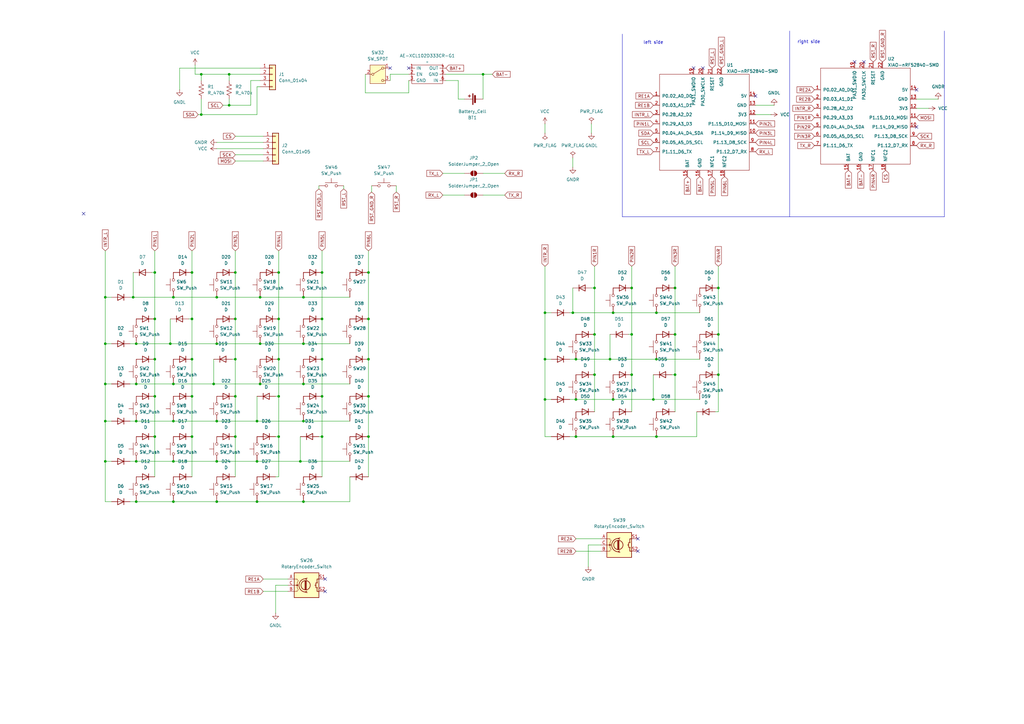
<source format=kicad_sch>
(kicad_sch (version 20250114) (generator "eeschema") (generator_version "9.0")
  (paper "A3")
  (text "left side\n" (exclude_from_sim yes) (at 267.97 17.526 0) (effects (font (size 1.27 1.27))))
  (text "right side" (exclude_from_sim yes) (at 331.724 17.272 0) (effects (font (size 1.27 1.27))))
  (junction (at 96.52 111.76))
  (junction (at 276.86 118.11))
  (junction (at 55.88 205.74))
  (junction (at 93.98 30.48))
  (junction (at 78.74 179.07))
  (junction (at 132.08 111.76))
  (junction (at 114.3 147.32))
  (junction (at 71.12 189.23))
  (junction (at 43.18 121.92))
  (junction (at 88.9 172.72))
  (junction (at 88.9 189.23))
  (junction (at 82.55 46.99))
  (junction (at 294.64 153.67))
  (junction (at 124.46 140.97))
  (junction (at 55.88 172.72))
  (junction (at 151.13 147.32))
  (junction (at 71.12 157.48))
  (junction (at 223.52 147.32))
  (junction (at 243.84 153.67))
  (junction (at 236.22 179.07))
  (junction (at 63.5 147.32))
  (junction (at 88.9 140.97))
  (junction (at 269.24 147.32))
  (junction (at 269.24 179.07))
  (junction (at 259.08 153.67))
  (junction (at 63.5 179.07))
  (junction (at 234.95 128.27))
  (junction (at 276.86 153.67))
  (junction (at 259.08 118.11))
  (junction (at 71.12 205.74))
  (junction (at 132.08 179.07))
  (junction (at 123.19 189.23))
  (junction (at 93.98 43.18))
  (junction (at 106.68 121.92))
  (junction (at 243.84 118.11))
  (junction (at 114.3 179.07))
  (junction (at 114.3 130.81))
  (junction (at 63.5 111.76))
  (junction (at 251.46 163.83))
  (junction (at 105.41 189.23))
  (junction (at 88.9 121.92))
  (junction (at 96.52 179.07))
  (junction (at 78.74 162.56))
  (junction (at 63.5 130.81))
  (junction (at 82.55 30.48))
  (junction (at 124.46 157.48))
  (junction (at 55.88 140.97))
  (junction (at 124.46 205.74))
  (junction (at 132.08 147.32))
  (junction (at 243.84 137.16))
  (junction (at 43.18 172.72))
  (junction (at 198.12 30.48))
  (junction (at 236.22 147.32))
  (junction (at 78.74 111.76))
  (junction (at 151.13 111.76))
  (junction (at 71.12 172.72))
  (junction (at 132.08 162.56))
  (junction (at 276.86 137.16))
  (junction (at 69.85 140.97))
  (junction (at 151.13 179.07))
  (junction (at 151.13 162.56))
  (junction (at 251.46 179.07))
  (junction (at 267.97 163.83))
  (junction (at 114.3 111.76))
  (junction (at 96.52 147.32))
  (junction (at 151.13 130.81))
  (junction (at 105.41 172.72))
  (junction (at 54.61 121.92))
  (junction (at 114.3 162.56))
  (junction (at 55.88 157.48))
  (junction (at 71.12 121.92))
  (junction (at 43.18 189.23))
  (junction (at 78.74 130.81))
  (junction (at 251.46 128.27))
  (junction (at 294.64 137.16))
  (junction (at 294.64 118.11))
  (junction (at 124.46 172.72))
  (junction (at 250.19 147.32))
  (junction (at 78.74 147.32))
  (junction (at 88.9 205.74))
  (junction (at 124.46 121.92))
  (junction (at 223.52 163.83))
  (junction (at 236.22 163.83))
  (junction (at 269.24 128.27))
  (junction (at 106.68 140.97))
  (junction (at 96.52 130.81))
  (junction (at 132.08 130.81))
  (junction (at 259.08 137.16))
  (junction (at 55.88 189.23))
  (junction (at 96.52 162.56))
  (junction (at 43.18 157.48))
  (junction (at 106.68 157.48))
  (junction (at 43.18 140.97))
  (junction (at 105.41 205.74))
  (junction (at 223.52 128.27))
  (junction (at 87.63 157.48))
  (junction (at 63.5 162.56))
  (no_connect (at 309.88 39.37))
  (no_connect (at 375.92 52.07))
  (no_connect (at 261.62 226.06))
  (no_connect (at 34.29 87.63))
  (no_connect (at 133.35 237.49))
  (no_connect (at 354.33 25.4))
  (no_connect (at 133.35 242.57))
  (no_connect (at 288.29 27.94))
  (no_connect (at 375.92 36.83))
  (no_connect (at 284.48 27.94))
  (no_connect (at 261.62 220.98))
  (no_connect (at 350.52 25.4))
  (no_connect (at 167.64 27.94))
  (no_connect (at 160.02 27.94))
  (wire (pts (xy 187.96 40.64) (xy 190.5 40.64)))
  (wire (pts (xy 102.87 33.02) (xy 106.68 33.02)))
  (wire (pts (xy 269.24 147.32) (xy 287.02 147.32)))
  (wire (pts (xy 236.22 163.83) (xy 251.46 163.83)))
  (wire (pts (xy 162.56 76.2) (xy 162.56 78.74)))
  (wire (pts (xy 82.55 46.99) (xy 81.28 46.99)))
  (wire (pts (xy 107.95 242.57) (xy 118.11 242.57)))
  (wire (pts (xy 236.22 220.98) (xy 246.38 220.98)))
  (wire (pts (xy 96.52 55.88) (xy 107.95 55.88)))
  (wire (pts (xy 95.25 147.32) (xy 96.52 147.32)))
  (wire (pts (xy 124.46 121.92) (xy 143.51 121.92)))
  (wire (pts (xy 71.12 157.48) (xy 87.63 157.48)))
  (wire (pts (xy 132.08 179.07) (xy 130.81 179.07)))
  (wire (pts (xy 96.52 66.04) (xy 107.95 66.04)))
  (wire (pts (xy 223.52 147.32) (xy 223.52 163.83)))
  (wire (pts (xy 43.18 140.97) (xy 43.18 157.48)))
  (wire (pts (xy 53.34 189.23) (xy 55.88 189.23)))
  (wire (pts (xy 294.64 137.16) (xy 294.64 153.67)))
  (wire (pts (xy 276.86 118.11) (xy 276.86 137.16)))
  (wire (pts (xy 96.52 130.81) (xy 96.52 147.32)))
  (wire (pts (xy 78.74 130.81) (xy 78.74 147.32)))
  (wire (pts (xy 87.63 147.32) (xy 87.63 157.48)))
  (wire (pts (xy 257.81 137.16) (xy 259.08 137.16)))
  (wire (pts (xy 198.12 30.48) (xy 198.12 40.64)))
  (wire (pts (xy 53.34 140.97) (xy 55.88 140.97)))
  (wire (pts (xy 233.68 128.27) (xy 234.95 128.27)))
  (wire (pts (xy 82.55 40.64) (xy 82.55 46.99)))
  (wire (pts (xy 63.5 130.81) (xy 63.5 147.32)))
  (wire (pts (xy 267.97 163.83) (xy 287.02 163.83)))
  (wire (pts (xy 54.61 121.92) (xy 71.12 121.92)))
  (wire (pts (xy 132.08 111.76) (xy 132.08 130.81)))
  (wire (pts (xy 93.98 30.48) (xy 93.98 33.02)))
  (wire (pts (xy 96.52 147.32) (xy 96.52 162.56)))
  (wire (pts (xy 78.74 102.87) (xy 78.74 111.76)))
  (wire (pts (xy 55.88 189.23) (xy 71.12 189.23)))
  (wire (pts (xy 88.9 172.72) (xy 105.41 172.72)))
  (wire (pts (xy 124.46 172.72) (xy 143.51 172.72)))
  (wire (pts (xy 201.93 30.48) (xy 198.12 30.48)))
  (wire (pts (xy 82.55 30.48) (xy 80.01 30.48)))
  (polyline (pts (xy 323.85 12.7) (xy 323.85 88.9)))
  (wire (pts (xy 43.18 172.72) (xy 43.18 189.23)))
  (wire (pts (xy 269.24 128.27) (xy 287.02 128.27)))
  (wire (pts (xy 151.13 147.32) (xy 151.13 162.56)))
  (wire (pts (xy 233.68 179.07) (xy 236.22 179.07)))
  (wire (pts (xy 106.68 30.48) (xy 93.98 30.48)))
  (wire (pts (xy 80.01 26.67) (xy 80.01 30.48)))
  (wire (pts (xy 43.18 140.97) (xy 45.72 140.97)))
  (wire (pts (xy 269.24 179.07) (xy 285.75 179.07)))
  (wire (pts (xy 275.59 153.67) (xy 276.86 153.67)))
  (wire (pts (xy 259.08 153.67) (xy 259.08 168.91)))
  (wire (pts (xy 106.68 27.94) (xy 73.66 27.94)))
  (wire (pts (xy 293.37 168.91) (xy 294.64 168.91)))
  (polyline (pts (xy 323.85 88.9) (xy 387.35 88.9)))
  (wire (pts (xy 234.95 118.11) (xy 234.95 128.27)))
  (wire (pts (xy 276.86 153.67) (xy 276.86 168.91)))
  (wire (pts (xy 105.41 46.99) (xy 105.41 35.56)))
  (wire (pts (xy 151.13 179.07) (xy 151.13 195.58)))
  (wire (pts (xy 102.87 43.18) (xy 93.98 43.18)))
  (wire (pts (xy 114.3 162.56) (xy 114.3 179.07)))
  (wire (pts (xy 309.88 46.99) (xy 316.23 46.99)))
  (wire (pts (xy 251.46 179.07) (xy 269.24 179.07)))
  (wire (pts (xy 63.5 147.32) (xy 63.5 162.56)))
  (wire (pts (xy 78.74 111.76) (xy 78.74 130.81)))
  (wire (pts (xy 105.41 189.23) (xy 123.19 189.23)))
  (polyline (pts (xy 255.27 88.9) (xy 323.85 88.9)))
  (wire (pts (xy 96.52 162.56) (xy 96.52 179.07)))
  (wire (pts (xy 233.68 163.83) (xy 236.22 163.83)))
  (wire (pts (xy 88.9 140.97) (xy 106.68 140.97)))
  (wire (pts (xy 105.41 46.99) (xy 82.55 46.99)))
  (wire (pts (xy 87.63 157.48) (xy 106.68 157.48)))
  (wire (pts (xy 187.96 33.02) (xy 182.88 33.02)))
  (wire (pts (xy 233.68 147.32) (xy 236.22 147.32)))
  (wire (pts (xy 62.23 111.76) (xy 63.5 111.76)))
  (wire (pts (xy 223.52 128.27) (xy 223.52 147.32)))
  (wire (pts (xy 88.9 205.74) (xy 105.41 205.74)))
  (wire (pts (xy 63.5 102.87) (xy 63.5 111.76)))
  (wire (pts (xy 259.08 109.22) (xy 259.08 118.11)))
  (wire (pts (xy 167.64 33.02) (xy 167.64 38.1)))
  (wire (pts (xy 53.34 121.92) (xy 54.61 121.92)))
  (wire (pts (xy 375.92 44.45) (xy 381 44.45)))
  (wire (pts (xy 43.18 189.23) (xy 45.72 189.23)))
  (wire (pts (xy 223.52 163.83) (xy 226.06 163.83)))
  (wire (pts (xy 124.46 157.48) (xy 143.51 157.48)))
  (wire (pts (xy 114.3 179.07) (xy 114.3 195.58)))
  (wire (pts (xy 132.08 102.87) (xy 132.08 111.76)))
  (wire (pts (xy 82.55 30.48) (xy 82.55 33.02)))
  (wire (pts (xy 124.46 140.97) (xy 143.51 140.97)))
  (wire (pts (xy 114.3 111.76) (xy 114.3 130.81)))
  (wire (pts (xy 251.46 163.83) (xy 267.97 163.83)))
  (wire (pts (xy 114.3 130.81) (xy 114.3 147.32)))
  (wire (pts (xy 234.95 128.27) (xy 251.46 128.27)))
  (wire (pts (xy 151.13 130.81) (xy 151.13 147.32)))
  (wire (pts (xy 124.46 205.74) (xy 143.51 205.74)))
  (wire (pts (xy 106.68 157.48) (xy 124.46 157.48)))
  (wire (pts (xy 149.86 38.1) (xy 149.86 30.48)))
  (wire (pts (xy 285.75 168.91) (xy 285.75 179.07)))
  (wire (pts (xy 96.52 102.87) (xy 96.52 111.76)))
  (wire (pts (xy 250.19 137.16) (xy 250.19 147.32)))
  (wire (pts (xy 88.9 60.96) (xy 107.95 60.96)))
  (wire (pts (xy 43.18 205.74) (xy 45.72 205.74)))
  (wire (pts (xy 105.41 162.56) (xy 105.41 172.72)))
  (wire (pts (xy 53.34 157.48) (xy 55.88 157.48)))
  (wire (pts (xy 259.08 118.11) (xy 259.08 137.16)))
  (wire (pts (xy 43.18 102.87) (xy 43.18 121.92)))
  (wire (pts (xy 78.74 147.32) (xy 78.74 162.56)))
  (wire (pts (xy 93.98 30.48) (xy 82.55 30.48)))
  (wire (pts (xy 113.03 240.03) (xy 113.03 251.46)))
  (wire (pts (xy 69.85 140.97) (xy 88.9 140.97)))
  (wire (pts (xy 242.57 118.11) (xy 243.84 118.11)))
  (wire (pts (xy 243.84 153.67) (xy 243.84 168.91)))
  (wire (pts (xy 276.86 109.22) (xy 276.86 118.11)))
  (wire (pts (xy 118.11 240.03) (xy 113.03 240.03)))
  (wire (pts (xy 43.18 121.92) (xy 43.18 140.97)))
  (wire (pts (xy 43.18 157.48) (xy 45.72 157.48)))
  (wire (pts (xy 309.88 43.18) (xy 317.5 43.18)))
  (wire (pts (xy 143.51 195.58) (xy 143.51 205.74)))
  (wire (pts (xy 243.84 118.11) (xy 243.84 137.16)))
  (wire (pts (xy 96.52 179.07) (xy 96.52 195.58)))
  (wire (pts (xy 242.57 50.8) (xy 242.57 54.61)))
  (wire (pts (xy 63.5 179.07) (xy 63.5 195.58)))
  (wire (pts (xy 167.64 38.1) (xy 149.86 38.1)))
  (wire (pts (xy 55.88 205.74) (xy 71.12 205.74)))
  (wire (pts (xy 63.5 162.56) (xy 63.5 179.07)))
  (wire (pts (xy 71.12 189.23) (xy 88.9 189.23)))
  (wire (pts (xy 375.92 40.64) (xy 384.81 40.64)))
  (wire (pts (xy 43.18 121.92) (xy 45.72 121.92)))
  (wire (pts (xy 123.19 189.23) (xy 143.51 189.23)))
  (wire (pts (xy 54.61 111.76) (xy 54.61 121.92)))
  (wire (pts (xy 294.64 153.67) (xy 294.64 168.91)))
  (wire (pts (xy 223.52 147.32) (xy 226.06 147.32)))
  (wire (pts (xy 106.68 121.92) (xy 124.46 121.92)))
  (wire (pts (xy 71.12 172.72) (xy 88.9 172.72)))
  (wire (pts (xy 105.41 205.74) (xy 124.46 205.74)))
  (wire (pts (xy 78.74 179.07) (xy 78.74 195.58)))
  (wire (pts (xy 181.61 71.12) (xy 190.5 71.12)))
  (wire (pts (xy 102.87 33.02) (xy 102.87 43.18)))
  (wire (pts (xy 93.98 43.18) (xy 91.44 43.18)))
  (wire (pts (xy 223.52 109.22) (xy 223.52 128.27)))
  (wire (pts (xy 151.13 162.56) (xy 151.13 179.07)))
  (polyline (pts (xy 387.35 12.7) (xy 387.35 88.9)))
  (wire (pts (xy 259.08 137.16) (xy 259.08 153.67)))
  (wire (pts (xy 251.46 128.27) (xy 269.24 128.27)))
  (wire (pts (xy 43.18 157.48) (xy 43.18 172.72)))
  (wire (pts (xy 53.34 172.72) (xy 55.88 172.72)))
  (wire (pts (xy 105.41 35.56) (xy 106.68 35.56)))
  (polyline (pts (xy 255.27 13.97) (xy 255.27 88.9)))
  (wire (pts (xy 55.88 172.72) (xy 71.12 172.72)))
  (wire (pts (xy 243.84 137.16) (xy 243.84 153.67)))
  (wire (pts (xy 181.61 80.01) (xy 190.5 80.01)))
  (wire (pts (xy 223.52 54.61) (xy 223.52 50.8)))
  (wire (pts (xy 223.52 179.07) (xy 226.06 179.07)))
  (wire (pts (xy 55.88 140.97) (xy 69.85 140.97)))
  (wire (pts (xy 77.47 130.81) (xy 78.74 130.81)))
  (wire (pts (xy 187.96 40.64) (xy 187.96 33.02)))
  (wire (pts (xy 151.13 102.87) (xy 151.13 111.76)))
  (wire (pts (xy 71.12 121.92) (xy 88.9 121.92)))
  (wire (pts (xy 198.12 30.48) (xy 182.88 30.48)))
  (wire (pts (xy 160.02 30.48) (xy 160.02 33.02)))
  (wire (pts (xy 236.22 179.07) (xy 251.46 179.07)))
  (wire (pts (xy 43.18 172.72) (xy 45.72 172.72)))
  (wire (pts (xy 130.81 77.47) (xy 130.81 76.2)))
  (wire (pts (xy 132.08 162.56) (xy 132.08 179.07)))
  (wire (pts (xy 276.86 137.16) (xy 276.86 153.67)))
  (wire (pts (xy 250.19 147.32) (xy 269.24 147.32)))
  (wire (pts (xy 246.38 223.52) (xy 241.3 223.52)))
  (wire (pts (xy 198.12 71.12) (xy 207.01 71.12)))
  (wire (pts (xy 132.08 147.32) (xy 132.08 162.56)))
  (wire (pts (xy 114.3 102.87) (xy 114.3 111.76)))
  (wire (pts (xy 198.12 80.01) (xy 207.01 80.01)))
  (wire (pts (xy 241.3 223.52) (xy 241.3 232.41)))
  (wire (pts (xy 88.9 121.92) (xy 106.68 121.92)))
  (wire (pts (xy 267.97 153.67) (xy 267.97 163.83)))
  (wire (pts (xy 43.18 189.23) (xy 43.18 205.74)))
  (wire (pts (xy 132.08 130.81) (xy 132.08 147.32)))
  (wire (pts (xy 55.88 157.48) (xy 71.12 157.48)))
  (wire (pts (xy 236.22 147.32) (xy 250.19 147.32)))
  (wire (pts (xy 114.3 195.58) (xy 113.03 195.58)))
  (wire (pts (xy 73.66 27.94) (xy 73.66 36.83)))
  (wire (pts (xy 88.9 58.42) (xy 107.95 58.42)))
  (wire (pts (xy 294.64 118.11) (xy 294.64 137.16)))
  (wire (pts (xy 132.08 179.07) (xy 132.08 195.58)))
  (wire (pts (xy 107.95 237.49) (xy 118.11 237.49)))
  (wire (pts (xy 114.3 147.32) (xy 114.3 162.56)))
  (wire (pts (xy 113.03 179.07) (xy 114.3 179.07)))
  (wire (pts (xy 223.52 163.83) (xy 223.52 179.07)))
  (wire (pts (xy 69.85 130.81) (xy 69.85 140.97)))
  (wire (pts (xy 152.4 76.2) (xy 152.4 78.74)))
  (wire (pts (xy 123.19 179.07) (xy 123.19 189.23)))
  (wire (pts (xy 243.84 109.22) (xy 243.84 118.11)))
  (wire (pts (xy 96.52 63.5) (xy 107.95 63.5)))
  (wire (pts (xy 96.52 111.76) (xy 96.52 130.81)))
  (wire (pts (xy 88.9 189.23) (xy 105.41 189.23)))
  (wire (pts (xy 167.64 30.48) (xy 160.02 30.48)))
  (wire (pts (xy 106.68 140.97) (xy 124.46 140.97)))
  (wire (pts (xy 234.95 64.77) (xy 234.95 68.58)))
  (wire (pts (xy 140.97 76.2) (xy 140.97 77.47)))
  (wire (pts (xy 93.98 40.64) (xy 93.98 43.18)))
  (wire (pts (xy 105.41 172.72) (xy 124.46 172.72)))
  (wire (pts (xy 53.34 205.74) (xy 55.88 205.74)))
  (wire (pts (xy 113.03 162.56) (xy 114.3 162.56)))
  (wire (pts (xy 71.12 205.74) (xy 88.9 205.74)))
  (wire (pts (xy 78.74 162.56) (xy 78.74 179.07)))
  (wire (pts (xy 63.5 111.76) (xy 63.5 130.81)))
  (wire (pts (xy 151.13 111.76) (xy 151.13 130.81)))
  (wire (pts (xy 236.22 226.06) (xy 246.38 226.06)))
  (wire (pts (xy 294.64 109.22) (xy 294.64 118.11)))
  (wire (pts (xy 223.52 128.27) (xy 226.06 128.27)))
  (global_label "PIN2R" (shape input) (at 334.01 52.07 180) (property "Intersheetrefs" "${INTERSHEET_REFS}" (effects (hide yes))))
  (global_label "PIN2R" (shape input) (at 259.08 109.22 90) (property "Intersheetrefs" "${INTERSHEET_REFS}" (effects (hide yes))))
  (global_label "BAT-" (shape input) (at 201.93 30.48 0) (property "Intersheetrefs" "${INTERSHEET_REFS}" (effects (hide yes))))
  (global_label "CS" (shape input) (at 363.22 69.85 270) (property "Intersheetrefs" "${INTERSHEET_REFS}" (effects (hide yes))))
  (global_label "RST_R" (shape input) (at 162.56 78.74 270) (property "Intersheetrefs" "${INTERSHEET_REFS}" (effects (hide yes))))
  (global_label "RE2A" (shape input) (at 334.01 36.83 180) (property "Intersheetrefs" "${INTERSHEET_REFS}" (effects (hide yes))))
  (global_label "RE1A" (shape input) (at 267.97 39.37 180) (property "Intersheetrefs" "${INTERSHEET_REFS}" (effects (hide yes))))
  (global_label "TX_R" (shape input) (at 334.01 59.69 180) (property "Intersheetrefs" "${INTERSHEET_REFS}" (effects (hide yes))))
  (global_label "PIN3R" (shape input) (at 276.86 109.22 90) (property "Intersheetrefs" "${INTERSHEET_REFS}" (effects (hide yes))))
  (global_label "RX_R" (shape input) (at 375.92 59.69 0) (property "Intersheetrefs" "${INTERSHEET_REFS}" (effects (hide yes))))
  (global_label "PIN3R" (shape input) (at 334.01 55.88 180) (property "Intersheetrefs" "${INTERSHEET_REFS}" (effects (hide yes))))
  (global_label "PIN4L" (shape input) (at 309.88 58.42 0) (property "Intersheetrefs" "${INTERSHEET_REFS}" (effects (hide yes))))
  (global_label "BAT+" (shape input) (at 182.88 27.94 0) (property "Intersheetrefs" "${INTERSHEET_REFS}" (effects (hide yes))))
  (global_label "PIN4R" (shape input) (at 358.14 69.85 270) (property "Intersheetrefs" "${INTERSHEET_REFS}" (effects (hide yes))))
  (global_label "PIN1L" (shape input) (at 63.5 102.87 90) (property "Intersheetrefs" "${INTERSHEET_REFS}" (effects (hide yes))))
  (global_label "BAT+" (shape input) (at 347.98 69.85 270) (property "Intersheetrefs" "${INTERSHEET_REFS}" (effects (hide yes))))
  (global_label "CS" (shape input) (at 96.52 55.88 180) (property "Intersheetrefs" "${INTERSHEET_REFS}" (effects (hide yes))))
  (global_label "RE2B" (shape input) (at 334.01 40.64 180) (property "Intersheetrefs" "${INTERSHEET_REFS}" (effects (hide yes))))
  (global_label "RX_L" (shape input) (at 181.61 80.01 180) (property "Intersheetrefs" "${INTERSHEET_REFS}" (effects (hide yes))))
  (global_label "TX_L" (shape input) (at 267.97 62.23 180) (property "Intersheetrefs" "${INTERSHEET_REFS}" (effects (hide yes))))
  (global_label "RST_GND_R" (shape input) (at 361.95 25.4 90) (property "Intersheetrefs" "${INTERSHEET_REFS}" (effects (hide yes))))
  (global_label "RE1B" (shape input) (at 107.95 242.57 180) (property "Intersheetrefs" "${INTERSHEET_REFS}" (effects (hide yes))))
  (global_label "INTR_L" (shape input) (at 43.18 102.87 90) (property "Intersheetrefs" "${INTERSHEET_REFS}" (effects (hide yes))))
  (global_label "PIN1R" (shape input) (at 334.01 48.26 180) (property "Intersheetrefs" "${INTERSHEET_REFS}" (effects (hide yes))))
  (global_label "SCL" (shape input) (at 267.97 58.42 180) (property "Intersheetrefs" "${INTERSHEET_REFS}" (effects (hide yes))))
  (global_label "PIN2L" (shape input) (at 309.88 50.8 0) (property "Intersheetrefs" "${INTERSHEET_REFS}" (effects (hide yes))))
  (global_label "PIN3L" (shape input) (at 309.88 54.61 0) (property "Intersheetrefs" "${INTERSHEET_REFS}" (effects (hide yes))))
  (global_label "BAT-" (shape input) (at 287.02 72.39 270) (property "Intersheetrefs" "${INTERSHEET_REFS}" (effects (hide yes))))
  (global_label "RST_L" (shape input) (at 140.97 77.47 270) (property "Intersheetrefs" "${INTERSHEET_REFS}" (effects (hide yes))))
  (global_label "BAT-" (shape input) (at 353.06 69.85 270) (property "Intersheetrefs" "${INTERSHEET_REFS}" (effects (hide yes))))
  (global_label "PIN2L" (shape input) (at 78.74 102.87 90) (property "Intersheetrefs" "${INTERSHEET_REFS}" (effects (hide yes))))
  (global_label "RE2B" (shape input) (at 236.22 226.06 180) (property "Intersheetrefs" "${INTERSHEET_REFS}" (effects (hide yes))))
  (global_label "PIN6L" (shape input) (at 151.13 102.87 90) (property "Intersheetrefs" "${INTERSHEET_REFS}" (effects (hide yes))))
  (global_label "BAT+" (shape input) (at 281.94 72.39 270) (property "Intersheetrefs" "${INTERSHEET_REFS}" (effects (hide yes))))
  (global_label "RE2A" (shape input) (at 236.22 220.98 180) (property "Intersheetrefs" "${INTERSHEET_REFS}" (effects (hide yes))))
  (global_label "PIN5L" (shape input) (at 132.08 102.87 90) (property "Intersheetrefs" "${INTERSHEET_REFS}" (effects (hide yes))))
  (global_label "RST_GND_L" (shape input) (at 130.81 77.47 270) (property "Intersheetrefs" "${INTERSHEET_REFS}" (effects (hide yes))))
  (global_label "SCK" (shape input) (at 96.52 63.5 180) (property "Intersheetrefs" "${INTERSHEET_REFS}" (effects (hide yes))))
  (global_label "RX_L" (shape input) (at 309.88 62.23 0) (property "Intersheetrefs" "${INTERSHEET_REFS}" (effects (hide yes))))
  (global_label "MOSI" (shape input) (at 96.52 66.04 180) (property "Intersheetrefs" "${INTERSHEET_REFS}" (effects (hide yes))))
  (global_label "RST_L" (shape input) (at 292.1 27.94 90) (property "Intersheetrefs" "${INTERSHEET_REFS}" (effects (hide yes))))
  (global_label "PIN4R" (shape input) (at 294.64 109.22 90) (property "Intersheetrefs" "${INTERSHEET_REFS}" (effects (hide yes))))
  (global_label "SDA" (shape input) (at 81.28 46.99 180) (property "Intersheetrefs" "${INTERSHEET_REFS}" (effects (hide yes))))
  (global_label "RX_R" (shape input) (at 207.01 71.12 0) (property "Intersheetrefs" "${INTERSHEET_REFS}" (effects (hide yes))))
  (global_label "SDA" (shape input) (at 267.97 54.61 180) (property "Intersheetrefs" "${INTERSHEET_REFS}" (effects (hide yes))))
  (global_label "PIN4L" (shape input) (at 114.3 102.87 90) (property "Intersheetrefs" "${INTERSHEET_REFS}" (effects (hide yes))))
  (global_label "RE1A" (shape input) (at 107.95 237.49 180) (property "Intersheetrefs" "${INTERSHEET_REFS}" (effects (hide yes))))
  (global_label "PIN3L" (shape input) (at 96.52 102.87 90) (property "Intersheetrefs" "${INTERSHEET_REFS}" (effects (hide yes))))
  (global_label "TX_L" (shape input) (at 181.61 71.12 180) (property "Intersheetrefs" "${INTERSHEET_REFS}" (effects (hide yes))))
  (global_label "INTR_L" (shape input) (at 267.97 46.99 180) (property "Intersheetrefs" "${INTERSHEET_REFS}" (effects (hide yes))))
  (global_label "RST_R" (shape input) (at 358.14 25.4 90) (property "Intersheetrefs" "${INTERSHEET_REFS}" (effects (hide yes))))
  (global_label "SCK" (shape input) (at 375.92 55.88 0) (property "Intersheetrefs" "${INTERSHEET_REFS}" (effects (hide yes))))
  (global_label "PIN5L" (shape input) (at 292.1 72.39 270) (property "Intersheetrefs" "${INTERSHEET_REFS}" (effects (hide yes))))
  (global_label "PIN1R" (shape input) (at 243.84 109.22 90) (property "Intersheetrefs" "${INTERSHEET_REFS}" (effects (hide yes))))
  (global_label "MOSI" (shape input) (at 375.92 48.26 0) (property "Intersheetrefs" "${INTERSHEET_REFS}" (effects (hide yes))))
  (global_label "RST_GND_L" (shape input) (at 295.91 27.94 90) (property "Intersheetrefs" "${INTERSHEET_REFS}" (effects (hide yes))))
  (global_label "PIN1L" (shape input) (at 267.97 50.8 180) (property "Intersheetrefs" "${INTERSHEET_REFS}" (effects (hide yes))))
  (global_label "RE1B" (shape input) (at 267.97 43.18 180) (property "Intersheetrefs" "${INTERSHEET_REFS}" (effects (hide yes))))
  (global_label "INTR_R" (shape input) (at 334.01 44.45 180) (property "Intersheetrefs" "${INTERSHEET_REFS}" (effects (hide yes))))
  (global_label "PIN6L" (shape input) (at 297.18 72.39 270) (property "Intersheetrefs" "${INTERSHEET_REFS}" (effects (hide yes))))
  (global_label "SCL" (shape input) (at 91.44 43.18 180) (property "Intersheetrefs" "${INTERSHEET_REFS}" (effects (hide yes))))
  (global_label "TX_R" (shape input) (at 207.01 80.01 0) (property "Intersheetrefs" "${INTERSHEET_REFS}" (effects (hide yes))))
  (global_label "RST_GND_R" (shape input) (at 152.4 78.74 270) (property "Intersheetrefs" "${INTERSHEET_REFS}" (effects (hide yes))))
  (global_label "INTR_R" (shape input) (at 223.52 109.22 90) (property "Intersheetrefs" "${INTERSHEET_REFS}" (effects (hide yes))))
  (symbol (lib_id "Switch:SW_Push") (at 71.12 184.15 90) (unit 1)
    (property "Reference" "SW9" (at 72.39 182.8799 90) (effects (justify right)))
    (property "Value" "SW_Push" (at 72.39 185.4199 90) (effects (justify right)))
    (property "Footprint" "kicad-lib:Choc_v2_Hotswap_1u_16.6" (effects (hide yes)))
    (property "Description" "Push button switch, generic, two pins" (effects (hide yes)))
  )
  (symbol (lib_id "xiao:XIAO-nRF52840-SMD") (at 289.56 50.8 0) (unit 1)
    (property "Reference" "U1" (at 298.0533 26.67 0) (effects (justify left)))
    (property "Value" "XIAO-nRF52840-SMD" (at 298.0533 29.21 0) (effects (justify left)))
    (property "Footprint" "xiao:XIAO-nRF52840-SMD" (effects (hide yes)))
  )
  (symbol (lib_id "power:VCC") (at 88.9 60.96 90) (unit 1)
    (property "Reference" "#PWR04" (effects (hide yes)))
    (property "Value" "VCC" (at 85.09 60.9599 90) (effects (justify left)))
    (property "Description" "Power symbol creates a global label with name \"VCC\"" (effects (hide yes)))
  )
  (symbol (lib_id "Device:R_US") (at 82.55 36.83 0) (unit 1)
    (property "Reference" "R1" (at 85.09 35.5599 0) (effects (justify left)))
    (property "Value" "R_470k" (at 85.09 38.0999 0) (effects (justify left)))
    (property "Footprint" "Resistor_THT:R_Axial_DIN0204_L3.6mm_D1.6mm_P5.08mm_Horizontal" (effects (hide yes)))
    (property "Description" "Resistor, US symbol" (effects (hide yes)))
  )
  (symbol (lib_id "Device:D") (at 147.32 179.07 180) (unit 1)
    (property "Reference" "D41" (at 147.32 172.72 0))
    (property "Value" "D" (at 147.32 175.26 0))
    (property "Footprint" "kbd_Parts:Diode_SMD" (effects (hide yes)))
    (property "Description" "Diode" (effects (hide yes)))
    (property "Sim.Device" "D" (effects (hide yes)))
    (property "Sim.Pins" "1=K 2=A" (effects (hide yes)))
  )
  (symbol (lib_id "Device:D") (at 255.27 153.67 180) (unit 1)
    (property "Reference" "D53" (at 255.27 147.32 0))
    (property "Value" "D" (at 255.27 149.86 0))
    (property "Footprint" "kbd_Parts:Diode_SMD" (effects (hide yes)))
    (property "Description" "Diode" (effects (hide yes)))
    (property "Sim.Device" "D" (effects (hide yes)))
    (property "Sim.Pins" "1=K 2=A" (effects (hide yes)))
  )
  (symbol (lib_id "Connector_Generic:Conn_01x05") (at 113.03 60.96 0) (unit 1)
    (property "Reference" "J2" (at 115.57 59.6899 0) (effects (justify left)))
    (property "Value" "Conn_01x05" (at 115.57 62.2299 0) (effects (justify left)))
    (property "Footprint" "Connector_PinHeader_1.00mm:PinHeader_1x05_P1.00mm_Vertical" (effects (hide yes)))
    (property "Description" "Generic connector, single row, 01x05, script generated (kicad-library-utils/schlib/autogen/connector/)" (effects (hide yes)))
  )
  (symbol (lib_id "Device:D") (at 74.93 162.56 180) (unit 1)
    (property "Reference" "D16" (at 74.93 156.21 0))
    (property "Value" "D" (at 74.93 158.75 0))
    (property "Footprint" "kbd_Parts:Diode_SMD" (effects (hide yes)))
    (property "Description" "Diode" (effects (hide yes)))
    (property "Sim.Device" "D" (effects (hide yes)))
    (property "Sim.Pins" "1=K 2=A" (effects (hide yes)))
  )
  (symbol (lib_id "Device:D") (at 254 137.16 0) (unit 1)
    (property "Reference" "D51" (at 254 130.81 0))
    (property "Value" "D" (at 254 133.35 0))
    (property "Footprint" "kbd_Parts:Diode_SMD" (effects (hide yes)))
    (property "Description" "Diode" (effects (hide yes)))
    (property "Sim.Device" "D" (effects (hide yes)))
    (property "Sim.Pins" "1=K 2=A" (effects (hide yes)))
  )
  (symbol (lib_id "Device:D") (at 255.27 118.11 180) (unit 1)
    (property "Reference" "D52" (at 255.27 111.76 0))
    (property "Value" "D" (at 255.27 114.3 0))
    (property "Footprint" "kbd_Parts:Diode_SMD" (effects (hide yes)))
    (property "Description" "Diode" (effects (hide yes)))
    (property "Sim.Device" "D" (effects (hide yes)))
    (property "Sim.Pins" "1=K 2=A" (effects (hide yes)))
  )
  (symbol (lib_id "Device:D") (at 147.32 130.81 180) (unit 1)
    (property "Reference" "D38" (at 147.32 124.46 0))
    (property "Value" "D" (at 147.32 127 0))
    (property "Footprint" "kbd_Parts:Diode_SMD" (effects (hide yes)))
    (property "Description" "Diode" (effects (hide yes)))
    (property "Sim.Device" "D" (effects (hide yes)))
    (property "Sim.Pins" "1=K 2=A" (effects (hide yes)))
  )
  (symbol (lib_id "Device:D") (at 109.22 195.58 180) (unit 1)
    (property "Reference" "D27" (at 109.22 189.23 0))
    (property "Value" "D" (at 109.22 191.77 0))
    (property "Footprint" "kbd_Parts:Diode_SMD" (effects (hide yes)))
    (property "Description" "Diode" (effects (hide yes)))
    (property "Sim.Device" "D" (effects (hide yes)))
    (property "Sim.Pins" "1=K 2=A" (effects (hide yes)))
  )
  (symbol (lib_id "Switch:SW_Push") (at 269.24 142.24 90) (unit 1)
    (property "Reference" "SW41" (at 270.51 140.9699 90) (effects (justify right)))
    (property "Value" "SW_Push" (at 270.51 143.5099 90) (effects (justify right)))
    (property "Footprint" "kicad-lib:Choc_v2_Hotswap_1u_16.6" (effects (hide yes)))
    (property "Description" "Push button switch, generic, two pins" (effects (hide yes)))
  )
  (symbol (lib_id "Device:D") (at 289.56 168.91 0) (unit 1)
    (property "Reference" "D59" (at 289.56 162.56 0))
    (property "Value" "D" (at 289.56 165.1 0))
    (property "Footprint" "kbd_Parts:Diode_SMD" (effects (hide yes)))
    (property "Description" "Diode" (effects (hide yes)))
    (property "Sim.Device" "D" (effects (hide yes)))
    (property "Sim.Pins" "1=K 2=A" (effects (hide yes)))
  )
  (symbol (lib_id "Device:D") (at 92.71 130.81 180) (unit 1)
    (property "Reference" "D21" (at 92.71 124.46 0))
    (property "Value" "D" (at 92.71 127 0))
    (property "Footprint" "kbd_Parts:Diode_SMD" (effects (hide yes)))
    (property "Description" "Diode" (effects (hide yes)))
    (property "Sim.Device" "D" (effects (hide yes)))
    (property "Sim.Pins" "1=K 2=A" (effects (hide yes)))
  )
  (symbol (lib_id "Switch:SW_Push") (at 55.88 167.64 90) (unit 1)
    (property "Reference" "SW3" (at 57.15 166.3699 90) (effects (justify right)))
    (property "Value" "SW_Push" (at 57.15 168.9099 90) (effects (justify right)))
    (property "Footprint" "kicad-lib:Choc_v2_Hotswap_1u_16.6" (effects (hide yes)))
    (property "Description" "Push button switch, generic, two pins" (effects (hide yes)))
  )
  (symbol (lib_id "Switch:SW_Push") (at 124.46 116.84 90) (unit 1)
    (property "Reference" "SW21" (at 125.73 115.5699 90) (effects (justify right)))
    (property "Value" "SW_Push" (at 125.73 118.1099 90) (effects (justify right)))
    (property "Footprint" "kicad-lib:Choc_v2_Hotswap_1u_16.6" (effects (hide yes)))
    (property "Description" "Push button switch, generic, two pins" (effects (hide yes)))
  )
  (symbol (lib_id "Device:D") (at 110.49 111.76 180) (unit 1)
    (property "Reference" "D28" (at 110.49 105.41 0))
    (property "Value" "D" (at 110.49 107.95 0))
    (property "Footprint" "kbd_Parts:Diode_SMD" (effects (hide yes)))
    (property "Description" "Diode" (effects (hide yes)))
    (property "Sim.Device" "D" (effects (hide yes)))
    (property "Sim.Pins" "1=K 2=A" (effects (hide yes)))
  )
  (symbol (lib_id "Device:D") (at 92.71 195.58 180) (unit 1)
    (property "Reference" "D24" (at 92.71 189.23 0))
    (property "Value" "D" (at 92.71 191.77 0))
    (property "Footprint" "kbd_Parts:Diode_SMD" (effects (hide yes)))
    (property "Description" "Diode" (effects (hide yes)))
    (property "Sim.Device" "D" (effects (hide yes)))
    (property "Sim.Pins" "1=K 2=A" (effects (hide yes)))
  )
  (symbol (lib_id "Device:D") (at 58.42 111.76 0) (unit 1)
    (property "Reference" "D7" (at 58.42 105.41 0))
    (property "Value" "D" (at 58.42 107.95 0))
    (property "Footprint" "kbd_Parts:Diode_SMD" (effects (hide yes)))
    (property "Description" "Diode" (effects (hide yes)))
    (property "Sim.Device" "D" (effects (hide yes)))
    (property "Sim.Pins" "1=K 2=A" (effects (hide yes)))
  )
  (symbol (lib_id "Switch:SW_Push") (at 71.12 116.84 90) (unit 1)
    (property "Reference" "SW6" (at 72.39 115.5699 90) (effects (justify right)))
    (property "Value" "SW_Push" (at 72.39 118.1099 90) (effects (justify right)))
    (property "Footprint" "kicad-lib:Choc_v2_Hotswap_1u_16.6" (effects (hide yes)))
    (property "Description" "Push button switch, generic, two pins" (effects (hide yes)))
  )
  (symbol (lib_id "Switch:SW_Push") (at 287.02 123.19 90) (unit 1)
    (property "Reference" "SW43" (at 288.29 121.9199 90) (effects (justify right)))
    (property "Value" "SW_Push" (at 288.29 124.4599 90) (effects (justify right)))
    (property "Footprint" "kicad-lib:Choc_v2_Hotswap_1u_16.6" (effects (hide yes)))
    (property "Description" "Push button switch, generic, two pins" (effects (hide yes)))
  )
  (symbol (lib_id "Device:D") (at 273.05 137.16 180) (unit 1)
    (property "Reference" "D57" (at 273.05 130.81 0))
    (property "Value" "D" (at 273.05 133.35 0))
    (property "Footprint" "kbd_Parts:Diode_SMD" (effects (hide yes)))
    (property "Description" "Diode" (effects (hide yes)))
    (property "Sim.Device" "D" (effects (hide yes)))
    (property "Sim.Pins" "1=K 2=A" (effects (hide yes)))
  )
  (symbol (lib_id "Device:RotaryEncoder_Switch") (at 125.73 240.03 0) (unit 1)
    (property "Reference" "SW26" (at 125.73 229.87 0))
    (property "Value" "RotaryEncoder_Switch" (at 125.73 232.41 0))
    (property "Footprint" "kbd_Parts:RotaryEncoder_EC12E" (effects (hide yes)))
    (property "Description" "Rotary encoder, dual channel, incremental quadrate outputs, with switch" (effects (hide yes)))
  )
  (symbol (lib_id "Device:D") (at 128.27 130.81 180) (unit 1)
    (property "Reference" "D33" (at 128.27 124.46 0))
    (property "Value" "D" (at 128.27 127 0))
    (property "Footprint" "kbd_Parts:Diode_SMD" (effects (hide yes)))
    (property "Description" "Diode" (effects (hide yes)))
    (property "Sim.Device" "D" (effects (hide yes)))
    (property "Sim.Pins" "1=K 2=A" (effects (hide yes)))
  )
  (symbol (lib_id "Switch:SW_Push") (at 157.48 76.2 0) (unit 1)
    (property "Reference" "SW47" (at 157.48 68.58 0))
    (property "Value" "SW_Push" (at 157.48 71.12 0))
    (property "Footprint" "kbd_Parts:ResetSW" (effects (hide yes)))
    (property "Description" "Push button switch, generic, two pins" (effects (hide yes)))
  )
  (symbol (lib_id "Device:D") (at 290.83 153.67 180) (unit 1)
    (property "Reference" "D62" (at 290.83 147.32 0))
    (property "Value" "D" (at 290.83 149.86 0))
    (property "Footprint" "kbd_Parts:Diode_SMD" (effects (hide yes)))
    (property "Description" "Diode" (effects (hide yes)))
    (property "Sim.Device" "D" (effects (hide yes)))
    (property "Sim.Pins" "1=K 2=A" (effects (hide yes)))
  )
  (symbol (lib_id "power:GND") (at 73.66 36.83 0) (unit 1)
    (property "Reference" "#PWR01" (effects (hide yes)))
    (property "Value" "GNDL" (at 73.66 41.91 0))
    (property "Description" "Power symbol creates a global label with name \"GND\" , ground" (effects (hide yes)))
  )
  (symbol (lib_id "Switch:SW_Push") (at 88.9 184.15 90) (unit 1)
    (property "Reference" "SW14" (at 90.17 182.8799 90) (effects (justify right)))
    (property "Value" "SW_Push" (at 90.17 185.4199 90) (effects (justify right)))
    (property "Footprint" "kicad-lib:Choc_v2_Hotswap_1u_16.6" (effects (hide yes)))
    (property "Description" "Push button switch, generic, two pins" (effects (hide yes)))
  )
  (symbol (lib_id "power:VCC") (at 80.01 26.67 0) (unit 1)
    (property "Reference" "#PWR02" (effects (hide yes)))
    (property "Value" "VCC" (at 80.01 21.59 0))
    (property "Description" "Power symbol creates a global label with name \"VCC\"" (effects (hide yes)))
  )
  (symbol (lib_id "Device:D") (at 147.32 111.76 180) (unit 1)
    (property "Reference" "D37" (at 147.32 105.41 0))
    (property "Value" "D" (at 147.32 107.95 0))
    (property "Footprint" "kbd_Parts:Diode_SMD" (effects (hide yes)))
    (property "Description" "Diode" (effects (hide yes)))
    (property "Sim.Device" "D" (effects (hide yes)))
    (property "Sim.Pins" "1=K 2=A" (effects (hide yes)))
  )
  (symbol (lib_id "Switch:SW_Push") (at 71.12 152.4 90) (unit 1)
    (property "Reference" "SW7" (at 72.39 151.1299 90) (effects (justify right)))
    (property "Value" "SW_Push" (at 72.39 153.6699 90) (effects (justify right)))
    (property "Footprint" "kicad-lib:Choc_v2_Hotswap_1u_16.6" (effects (hide yes)))
    (property "Description" "Push button switch, generic, two pins" (effects (hide yes)))
  )
  (symbol (lib_id "Switch:SW_Push") (at 105.41 200.66 90) (unit 1)
    (property "Reference" "SW17" (at 106.68 199.3899 90) (effects (justify right)))
    (property "Value" "SW_Push" (at 106.68 201.9299 90) (effects (justify right)))
    (property "Footprint" "kicad-lib:Choc_v2_Hotswap_1u_16.6" (effects (hide yes)))
    (property "Description" "Push button switch, generic, two pins" (effects (hide yes)))
  )
  (symbol (lib_id "Switch:SW_Push") (at 251.46 173.99 90) (unit 1)
    (property "Reference" "SW38" (at 252.73 172.7199 90) (effects (justify right)))
    (property "Value" "SW_Push" (at 252.73 175.2599 90) (effects (justify right)))
    (property "Footprint" "kicad-lib:Choc_v2_Hotswap_1u_16.6" (effects (hide yes)))
    (property "Description" "Push button switch, generic, two pins" (effects (hide yes)))
  )
  (symbol (lib_id "Switch:SW_Push") (at 124.46 135.89 90) (unit 1)
    (property "Reference" "SW22" (at 125.73 134.6199 90) (effects (justify right)))
    (property "Value" "SW_Push" (at 125.73 137.1599 90) (effects (justify right)))
    (property "Footprint" "kicad-lib:Choc_v2_Hotswap_1u_16.6" (effects (hide yes)))
    (property "Description" "Push button switch, generic, two pins" (effects (hide yes)))
  )
  (symbol (lib_id "Switch:SW_Push") (at 251.46 123.19 90) (unit 1)
    (property "Reference" "SW36" (at 252.73 121.9199 90) (effects (justify right)))
    (property "Value" "SW_Push" (at 252.73 124.4599 90) (effects (justify right)))
    (property "Footprint" "kicad-lib:Choc_v2_Hotswap_1u_16.6" (effects (hide yes)))
    (property "Description" "Push button switch, generic, two pins" (effects (hide yes)))
  )
  (symbol (lib_id "Switch:SW_Push") (at 55.88 135.89 90) (unit 1)
    (property "Reference" "SW1" (at 57.15 134.6199 90) (effects (justify right)))
    (property "Value" "SW_Push" (at 57.15 137.1599 90) (effects (justify right)))
    (property "Footprint" "kicad-lib:Choc_v2_Hotswap_1u_16.6" (effects (hide yes)))
    (property "Description" "Push button switch, generic, two pins" (effects (hide yes)))
  )
  (symbol (lib_id "Device:D") (at 74.93 195.58 180) (unit 1)
    (property "Reference" "D18" (at 74.93 189.23 0))
    (property "Value" "D" (at 74.93 191.77 0))
    (property "Footprint" "kbd_Parts:Diode_SMD" (effects (hide yes)))
    (property "Description" "Diode" (effects (hide yes)))
    (property "Sim.Device" "D" (effects (hide yes)))
    (property "Sim.Pins" "1=K 2=A" (effects (hide yes)))
  )
  (symbol (lib_id "Switch:SW_Push") (at 287.02 142.24 90) (unit 1)
    (property "Reference" "SW44" (at 288.29 140.9699 90) (effects (justify right)))
    (property "Value" "SW_Push" (at 288.29 143.5099 90) (effects (justify right)))
    (property "Footprint" "kicad-lib:Choc_v2_Hotswap_1u_16.6" (effects (hide yes)))
    (property "Description" "Push button switch, generic, two pins" (effects (hide yes)))
  )
  (symbol (lib_id "Device:D") (at 110.49 130.81 180) (unit 1)
    (property "Reference" "D29" (at 110.49 124.46 0))
    (property "Value" "D" (at 110.49 127 0))
    (property "Footprint" "kbd_Parts:Diode_SMD" (effects (hide yes)))
    (property "Description" "Diode" (effects (hide yes)))
    (property "Sim.Device" "D" (effects (hide yes)))
    (property "Sim.Pins" "1=K 2=A" (effects (hide yes)))
  )
  (symbol (lib_id "Device:D") (at 49.53 205.74 180) (unit 1)
    (property "Reference" "D6" (at 49.53 199.39 0))
    (property "Value" "D" (at 49.53 201.93 0))
    (property "Footprint" "kbd_Parts:Diode_SMD" (effects (hide yes)))
    (property "Description" "Diode" (effects (hide yes)))
    (property "Sim.Device" "D" (effects (hide yes)))
    (property "Sim.Pins" "1=K 2=A" (effects (hide yes)))
  )
  (symbol (lib_id "Switch:SW_Push") (at 287.02 158.75 90) (unit 1)
    (property "Reference" "SW45" (at 288.29 157.4799 90) (effects (justify right)))
    (property "Value" "SW_Push" (at 288.29 160.0199 90) (effects (justify right)))
    (property "Footprint" "kicad-lib:Choc_v2_Hotswap_1u_16.6" (effects (hide yes)))
    (property "Description" "Push button switch, generic, two pins" (effects (hide yes)))
  )
  (symbol (lib_id "Device:D") (at 128.27 195.58 180) (unit 1)
    (property "Reference" "D36" (at 128.27 189.23 0))
    (property "Value" "D" (at 128.27 191.77 0))
    (property "Footprint" "kbd_Parts:Diode_SMD" (effects (hide yes)))
    (property "Description" "Diode" (effects (hide yes)))
    (property "Sim.Device" "D" (effects (hide yes)))
    (property "Sim.Pins" "1=K 2=A" (effects (hide yes)))
  )
  (symbol (lib_id "Device:D") (at 49.53 189.23 180) (unit 1)
    (property "Reference" "D5" (at 49.53 182.88 0))
    (property "Value" "D" (at 49.53 185.42 0))
    (property "Footprint" "kbd_Parts:Diode_SMD" (effects (hide yes)))
    (property "Description" "Diode" (effects (hide yes)))
    (property "Sim.Device" "D" (effects (hide yes)))
    (property "Sim.Pins" "1=K 2=A" (effects (hide yes)))
  )
  (symbol (lib_id "Device:D") (at 271.78 153.67 0) (unit 1)
    (property "Reference" "D55" (at 271.78 147.32 0))
    (property "Value" "D" (at 271.78 149.86 0))
    (property "Footprint" "kbd_Parts:Diode_SMD" (effects (hide yes)))
    (property "Description" "Diode" (effects (hide yes)))
    (property "Sim.Device" "D" (effects (hide yes)))
    (property "Sim.Pins" "1=K 2=A" (effects (hide yes)))
  )
  (symbol (lib_id "Device:D") (at 109.22 179.07 180) (unit 1)
    (property "Reference" "D26" (at 109.22 172.72 0))
    (property "Value" "D" (at 109.22 175.26 0))
    (property "Footprint" "kbd_Parts:Diode_SMD" (effects (hide yes)))
    (property "Description" "Diode" (effects (hide yes)))
    (property "Sim.Device" "D" (effects (hide yes)))
    (property "Sim.Pins" "1=K 2=A" (effects (hide yes)))
  )
  (symbol (lib_id "power:GND") (at 241.3 232.41 0) (unit 1)
    (property "Reference" "#PWR08" (effects (hide yes)))
    (property "Value" "GNDR" (at 241.3 237.49 0))
    (property "Description" "Power symbol creates a global label with name \"GND\" , ground" (effects (hide yes)))
  )
  (symbol (lib_id "Switch:SW_Push") (at 236.22 173.99 90) (unit 1)
    (property "Reference" "SW35" (at 237.49 172.7199 90) (effects (justify right)))
    (property "Value" "SW_Push" (at 237.49 175.2599 90) (effects (justify right)))
    (property "Footprint" "kicad-lib:Choc_v2_Hotswap_1u_16.6" (effects (hide yes)))
    (property "Description" "Push button switch, generic, two pins" (effects (hide yes)))
  )
  (symbol (lib_id "Device:Battery_Cell") (at 195.58 40.64 90) (unit 1)
    (property "Reference" "BT1" (at 193.7385 48.26 90))
    (property "Value" "Battery_Cell" (at 193.7385 45.72 90))
    (property "Footprint" "Battery:BatteryHolder_Keystone_2460_1xAA" (effects (hide yes)))
    (property "Description" "Single-cell battery" (effects (hide yes)))
  )
  (symbol (lib_id "Device:D") (at 49.53 172.72 180) (unit 1)
    (property "Reference" "D4" (at 49.53 166.37 0))
    (property "Value" "D" (at 49.53 168.91 0))
    (property "Footprint" "kbd_Parts:Diode_SMD" (effects (hide yes)))
    (property "Description" "Diode" (effects (hide yes)))
    (property "Sim.Device" "D" (effects (hide yes)))
    (property "Sim.Pins" "1=K 2=A" (effects (hide yes)))
  )
  (symbol (lib_id "Switch:SW_Push") (at 88.9 116.84 90) (unit 1)
    (property "Reference" "SW11" (at 90.17 115.5699 90) (effects (justify right)))
    (property "Value" "SW_Push" (at 90.17 118.1099 90) (effects (justify right)))
    (property "Footprint" "kicad-lib:Choc_v2_Hotswap_1u_16.6" (effects (hide yes)))
    (property "Description" "Push button switch, generic, two pins" (effects (hide yes)))
  )
  (symbol (lib_id "Connector_Generic:Conn_01x04") (at 111.76 30.48 0) (unit 1)
    (property "Reference" "J1" (at 114.3 30.4799 0) (effects (justify left)))
    (property "Value" "Conn_01x04" (at 114.3 33.0199 0) (effects (justify left)))
    (property "Footprint" "Connector_PinSocket_2.54mm:PinSocket_1x04_P2.54mm_Vertical" (effects (hide yes)))
    (property "Description" "Generic connector, single row, 01x04, script generated (kicad-library-utils/schlib/autogen/connector/)" (effects (hide yes)))
  )
  (symbol (lib_id "Switch:SW_Push") (at 106.68 135.89 90) (unit 1)
    (property "Reference" "SW19" (at 107.95 134.6199 90) (effects (justify right)))
    (property "Value" "SW_Push" (at 107.95 137.1599 90) (effects (justify right)))
    (property "Footprint" "kicad-lib:Choc_v2_Hotswap_1u_16.6" (effects (hide yes)))
    (property "Description" "Push button switch, generic, two pins" (effects (hide yes)))
  )
  (symbol (lib_id "power:GND") (at 88.9 58.42 270) (unit 1)
    (property "Reference" "#PWR03" (effects (hide yes)))
    (property "Value" "GNDR" (at 85.09 58.4199 90) (effects (justify right)))
    (property "Description" "Power symbol creates a global label with name \"GND\" , ground" (effects (hide yes)))
  )
  (symbol (lib_id "Device:D") (at 273.05 118.11 180) (unit 1)
    (property "Reference" "D56" (at 273.05 111.76 0))
    (property "Value" "D" (at 273.05 114.3 0))
    (property "Footprint" "kbd_Parts:Diode_SMD" (effects (hide yes)))
    (property "Description" "Diode" (effects (hide yes)))
    (property "Sim.Device" "D" (effects (hide yes)))
    (property "Sim.Pins" "1=K 2=A" (effects (hide yes)))
  )
  (symbol (lib_id "Device:RotaryEncoder_Switch") (at 254 223.52 0) (unit 1)
    (property "Reference" "SW39" (at 254 213.36 0))
    (property "Value" "RotaryEncoder_Switch" (at 254 215.9 0))
    (property "Footprint" "kbd_Parts:RotaryEncoder_EC12E" (effects (hide yes)))
    (property "Description" "Rotary encoder, dual channel, incremental quadrate outputs, with switch" (effects (hide yes)))
  )
  (symbol (lib_id "Switch:SW_Push") (at 124.46 167.64 90) (unit 1)
    (property "Reference" "SW24" (at 125.73 166.3699 90) (effects (justify right)))
    (property "Value" "SW_Push" (at 125.73 168.9099 90) (effects (justify right)))
    (property "Footprint" "kicad-lib:Choc_v2_Hotswap_1u_16.6" (effects (hide yes)))
    (property "Description" "Push button switch, generic, two pins" (effects (hide yes)))
  )
  (symbol (lib_id "Device:D") (at 147.32 162.56 180) (unit 1)
    (property "Reference" "D40" (at 147.32 156.21 0))
    (property "Value" "D" (at 147.32 158.75 0))
    (property "Footprint" "kbd_Parts:Diode_SMD" (effects (hide yes)))
    (property "Description" "Diode" (effects (hide yes)))
    (property "Sim.Device" "D" (effects (hide yes)))
    (property "Sim.Pins" "1=K 2=A" (effects (hide yes)))
  )
  (symbol (lib_id "Device:D") (at 147.32 147.32 180) (unit 1)
    (property "Reference" "D39" (at 147.32 140.97 0))
    (property "Value" "D" (at 147.32 143.51 0))
    (property "Footprint" "kbd_Parts:Diode_SMD" (effects (hide yes)))
    (property "Description" "Diode" (effects (hide yes)))
    (property "Sim.Device" "D" (effects (hide yes)))
    (property "Sim.Pins" "1=K 2=A" (effects (hide yes)))
  )
  (symbol (lib_id "Device:D") (at 74.93 147.32 180) (unit 1)
    (property "Reference" "D15" (at 74.93 140.97 0))
    (property "Value" "D" (at 74.93 143.51 0))
    (property "Footprint" "kbd_Parts:Diode_SMD" (effects (hide yes)))
    (property "Description" "Diode" (effects (hide yes)))
    (property "Sim.Device" "D" (effects (hide yes)))
    (property "Sim.Pins" "1=K 2=A" (effects (hide yes)))
  )
  (symbol (lib_id "Device:D") (at 110.49 147.32 180) (unit 1)
    (property "Reference" "D30" (at 110.49 140.97 0))
    (property "Value" "D" (at 110.49 143.51 0))
    (property "Footprint" "kbd_Parts:Diode_SMD" (effects (hide yes)))
    (property "Description" "Diode" (effects (hide yes)))
    (property "Sim.Device" "D" (effects (hide yes)))
    (property "Sim.Pins" "1=K 2=A" (effects (hide yes)))
  )
  (symbol (lib_id "Device:D") (at 49.53 157.48 180) (unit 1)
    (property "Reference" "D3" (at 49.53 151.13 0))
    (property "Value" "D" (at 49.53 153.67 0))
    (property "Footprint" "kbd_Parts:Diode_SMD" (effects (hide yes)))
    (property "Description" "Diode" (effects (hide yes)))
    (property "Sim.Device" "D" (effects (hide yes)))
    (property "Sim.Pins" "1=K 2=A" (effects (hide yes)))
  )
  (symbol (lib_id "Device:D") (at 59.69 162.56 180) (unit 1)
    (property "Reference" "D10" (at 59.69 156.21 0))
    (property "Value" "D" (at 59.69 158.75 0))
    (property "Footprint" "kbd_Parts:Diode_SMD" (effects (hide yes)))
    (property "Description" "Diode" (effects (hide yes)))
    (property "Sim.Device" "D" (effects (hide yes)))
    (property "Sim.Pins" "1=K 2=A" (effects (hide yes)))
  )
  (symbol (lib_id "Switch:SW_Push") (at 251.46 158.75 90) (unit 1)
    (property "Reference" "SW37" (at 252.73 157.4799 90) (effects (justify right)))
    (property "Value" "SW_Push" (at 252.73 160.0199 90) (effects (justify right)))
    (property "Footprint" "kicad-lib:Choc_v2_Hotswap_1u_16.6" (effects (hide yes)))
    (property "Description" "Push button switch, generic, two pins" (effects (hide yes)))
  )
  (symbol (lib_id "Switch:SW_Push") (at 71.12 200.66 90) (unit 1)
    (property "Reference" "SW10" (at 72.39 199.3899 90) (effects (justify right)))
    (property "Value" "SW_Push" (at 72.39 201.9299 90) (effects (justify right)))
    (property "Footprint" "kicad-lib:Choc_v2_Hotswap_1u_16.6" (effects (hide yes)))
    (property "Description" "Push button switch, generic, two pins" (effects (hide yes)))
  )
  (symbol (lib_id "Device:D") (at 109.22 162.56 0) (unit 1)
    (property "Reference" "D25" (at 109.22 156.21 0))
    (property "Value" "D" (at 109.22 158.75 0))
    (property "Footprint" "kbd_Parts:Diode_SMD" (effects (hide yes)))
    (property "Description" "Diode" (effects (hide yes)))
    (property "Sim.Device" "D" (effects (hide yes)))
    (property "Sim.Pins" "1=K 2=A" (effects (hide yes)))
  )
  (symbol (lib_id "Switch:SW_Push") (at 269.24 173.99 90) (unit 1)
    (property "Reference" "SW42" (at 270.51 172.7199 90) (effects (justify right)))
    (property "Value" "SW_Push" (at 270.51 175.2599 90) (effects (justify right)))
    (property "Footprint" "kicad-lib:Choc_v2_Hotswap_1u_16.6" (effects (hide yes)))
    (property "Description" "Push button switch, generic, two pins" (effects (hide yes)))
  )
  (symbol (lib_id "Device:D") (at 273.05 168.91 180) (unit 1)
    (property "Reference" "D58" (at 273.05 162.56 0))
    (property "Value" "D" (at 273.05 165.1 0))
    (property "Footprint" "kbd_Parts:Diode_SMD" (effects (hide yes)))
    (property "Description" "Diode" (effects (hide yes)))
    (property "Sim.Device" "D" (effects (hide yes)))
    (property "Sim.Pins" "1=K 2=A" (effects (hide yes)))
  )
  (symbol (lib_id "Switch:SW_Push") (at 143.51 135.89 90) (unit 1)
    (property "Reference" "SW28" (at 144.78 134.6199 90) (effects (justify right)))
    (property "Value" "SW_Push" (effects (hide yes)))
    (property "Footprint" "kicad-lib:Choc_v2_Hotswap_1u_16.6" (effects (hide yes)))
    (property "Description" "Push button switch, generic, two pins" (effects (hide yes)))
  )
  (symbol (lib_id "Device:D") (at 59.69 130.81 180) (unit 1)
    (property "Reference" "D8" (at 59.69 124.46 0))
    (property "Value" "D" (at 59.69 127 0))
    (property "Footprint" "kbd_Parts:Diode_SMD" (effects (hide yes)))
    (property "Description" "Diode" (effects (hide yes)))
    (property "Sim.Device" "D" (effects (hide yes)))
    (property "Sim.Pins" "1=K 2=A" (effects (hide yes)))
  )
  (symbol (lib_id "Switch:SW_Push") (at 143.51 152.4 90) (unit 1)
    (property "Reference" "SW29" (at 144.78 151.1299 90) (effects (justify right)))
    (property "Value" "SW_Push" (effects (hide yes)))
    (property "Footprint" "kicad-lib:Choc_v2_Hotswap_1u_16.6" (effects (hide yes)))
    (property "Description" "Push button switch, generic, two pins" (effects (hide yes)))
  )
  (symbol (lib_id "Switch:SW_Push") (at 143.51 184.15 90) (unit 1)
    (property "Reference" "SW31" (at 144.78 182.8799 90) (effects (justify right)))
    (property "Value" "SW_Push" (at 144.78 185.4199 90) (effects (justify right)))
    (property "Footprint" "kicad-lib:Choc_v2_Hotswap_1u_16.6" (effects (hide yes)))
    (property "Description" "Push button switch, generic, two pins" (effects (hide yes)))
  )
  (symbol (lib_id "power:VCC") (at 223.52 50.8 0) (unit 1)
    (property "Reference" "#PWR06" (effects (hide yes)))
    (property "Value" "VCC" (at 223.52 45.72 0))
    (property "Description" "Power symbol creates a global label with name \"VCC\"" (effects (hide yes)))
  )
  (symbol (lib_id "Switch:SW_Push") (at 143.51 167.64 90) (unit 1)
    (property "Reference" "SW30" (at 144.78 166.3699 90) (effects (justify right)))
    (property "Value" "SW_Push" (at 144.78 168.9099 90) (effects (justify right)))
    (property "Footprint" "kicad-lib:Choc_v2_Hotswap_1u_16.6" (effects (hide yes)))
    (property "Description" "Push button switch, generic, two pins" (effects (hide yes)))
  )
  (symbol (lib_id "xiao:XIAO-nRF52840-SMD") (at 355.6 48.26 0) (unit 1)
    (property "Reference" "U2" (at 364.0933 24.13 0) (effects (justify left)))
    (property "Value" "XIAO-nRF52840-SMD" (at 364.0933 26.67 0) (effects (justify left)))
    (property "Footprint" "xiao:XIAO-nRF52840-SMD" (effects (hide yes)))
  )
  (symbol (lib_id "power:GND") (at 384.81 40.64 180) (unit 1)
    (property "Reference" "#PWR013" (effects (hide yes)))
    (property "Value" "GNDR" (at 384.81 35.56 0))
    (property "Description" "Power symbol creates a global label with name \"GND\" , ground" (effects (hide yes)))
  )
  (symbol (lib_id "power:VCC") (at 316.23 46.99 270) (unit 1)
    (property "Reference" "#PWR010" (effects (hide yes)))
    (property "Value" "VCC" (at 320.04 46.9899 90) (effects (justify left)))
    (property "Description" "Power symbol creates a global label with name \"VCC\"" (effects (hide yes)))
  )
  (symbol (lib_id "Device:D") (at 229.87 163.83 180) (unit 1)
    (property "Reference" "D45" (at 229.87 157.48 0))
    (property "Value" "D" (at 229.87 160.02 0))
    (property "Footprint" "kbd_Parts:Diode_SMD" (effects (hide yes)))
    (property "Description" "Diode" (effects (hide yes)))
    (property "Sim.Device" "D" (effects (hide yes)))
    (property "Sim.Pins" "1=K 2=A" (effects (hide yes)))
  )
  (symbol (lib_id "Jumper:SolderJumper_2_Open") (at 194.31 71.12 0) (unit 1) (in_bom no)
    (property "Reference" "JP2" (at 194.31 64.77 0))
    (property "Value" "SolderJumper_2_Open" (at 194.31 67.31 0))
    (property "Footprint" "Jumper:SolderJumper-2_P1.3mm_Open_Pad1.0x1.5mm" (effects (hide yes)))
    (property "Description" "Solder Jumper, 2-pole, open" (effects (hide yes)))
  )
  (symbol (lib_id "Switch:SW_Push") (at 106.68 152.4 90) (unit 1)
    (property "Reference" "SW20" (at 107.95 151.1299 90) (effects (justify right)))
    (property "Value" "SW_Push" (at 107.95 153.6699 90) (effects (justify right)))
    (property "Footprint" "kicad-lib:Choc_v2_Hotswap_1u_16.6" (effects (hide yes)))
    (property "Description" "Push button switch, generic, two pins" (effects (hide yes)))
  )
  (symbol (lib_id "Switch:SW_Push") (at 135.89 76.2 0) (unit 1)
    (property "Reference" "SW46" (at 135.89 68.58 0))
    (property "Value" "SW_Push" (at 135.89 71.12 0))
    (property "Footprint" "kbd_Parts:ResetSW" (effects (hide yes)))
    (property "Description" "Push button switch, generic, two pins" (effects (hide yes)))
  )
  (symbol (lib_id "Device:D") (at 92.71 111.76 180) (unit 1)
    (property "Reference" "D20" (at 92.71 105.41 0))
    (property "Value" "D" (at 92.71 107.95 0))
    (property "Footprint" "kbd_Parts:Diode_SMD" (effects (hide yes)))
    (property "Description" "Diode" (effects (hide yes)))
    (property "Sim.Device" "D" (effects (hide yes)))
    (property "Sim.Pins" "1=K 2=A" (effects (hide yes)))
  )
  (symbol (lib_id "Device:D") (at 92.71 179.07 180) (unit 1)
    (property "Reference" "D23" (at 92.71 172.72 0))
    (property "Value" "D" (at 92.71 175.26 0))
    (property "Footprint" "kbd_Parts:Diode_SMD" (effects (hide yes)))
    (property "Description" "Diode" (effects (hide yes)))
    (property "Sim.Device" "D" (effects (hide yes)))
    (property "Sim.Pins" "1=K 2=A" (effects (hide yes)))
  )
  (symbol (lib_id "Device:D") (at 49.53 140.97 180) (unit 1)
    (property "Reference" "D2" (at 49.53 134.62 0))
    (property "Value" "D" (at 49.53 137.16 0))
    (property "Footprint" "kbd_Parts:Diode_SMD" (effects (hide yes)))
    (property "Description" "Diode" (effects (hide yes)))
    (property "Sim.Device" "D" (effects (hide yes)))
    (property "Sim.Pins" "1=K 2=A" (effects (hide yes)))
  )
  (symbol (lib_id "Device:D") (at 229.87 128.27 180) (unit 1)
    (property "Reference" "D43" (at 229.87 121.92 0))
    (property "Value" "D" (at 229.87 124.46 0))
    (property "Footprint" "kbd_Parts:Diode_SMD" (effects (hide yes)))
    (property "Description" "Diode" (effects (hide yes)))
    (property "Sim.Device" "D" (effects (hide yes)))
    (property "Sim.Pins" "1=K 2=A" (effects (hide yes)))
  )
  (symbol (lib_id "Device:D") (at 127 179.07 0) (unit 1)
    (property "Reference" "D31" (at 127 172.72 0))
    (property "Value" "D" (at 127 175.26 0))
    (property "Footprint" "kbd_Parts:Diode_SMD" (effects (hide yes)))
    (property "Description" "Diode" (effects (hide yes)))
    (property "Sim.Device" "D" (effects (hide yes)))
    (property "Sim.Pins" "1=K 2=A" (effects (hide yes)))
  )
  (symbol (lib_id "Switch:SW_Push") (at 55.88 200.66 90) (unit 1)
    (property "Reference" "SW5" (at 57.15 199.3899 90) (effects (justify right)))
    (property "Value" "SW_Push" (at 57.15 201.9299 90) (effects (justify right)))
    (property "Footprint" "kicad-lib:Choc_v2_Hotswap_1u_16.6" (effects (hide yes)))
    (property "Description" "Push button switch, generic, two pins" (effects (hide yes)))
  )
  (symbol (lib_id "power:GND") (at 242.57 54.61 0) (unit 1)
    (property "Reference" "#PWR09" (effects (hide yes)))
    (property "Value" "GNDL" (at 242.57 59.69 0))
    (property "Description" "Power symbol creates a global label with name \"GND\" , ground" (effects (hide yes)))
  )
  (symbol (lib_id "Device:D") (at 229.87 147.32 180) (unit 1)
    (property "Reference" "D44" (at 229.87 140.97 0))
    (property "Value" "D" (at 229.87 143.51 0))
    (property "Footprint" "kbd_Parts:Diode_SMD" (effects (hide yes)))
    (property "Description" "Diode" (effects (hide yes)))
    (property "Sim.Device" "D" (effects (hide yes)))
    (property "Sim.Pins" "1=K 2=A" (effects (hide yes)))
  )
  (symbol (lib_id "Device:D") (at 49.53 121.92 180) (unit 1)
    (property "Reference" "D1" (at 49.53 115.57 0))
    (property "Value" "D" (at 49.53 118.11 0))
    (property "Footprint" "kbd_Parts:Diode_SMD" (effects (hide yes)))
    (property "Description" "Diode" (effects (hide yes)))
    (property "Sim.Device" "D" (effects (hide yes)))
    (property "Sim.Pins" "1=K 2=A" (effects (hide yes)))
  )
  (symbol (lib_id "Device:D") (at 59.69 195.58 180) (unit 1)
    (property "Reference" "D12" (at 59.69 189.23 0))
    (property "Value" "D" (at 59.69 191.77 0))
    (property "Footprint" "kbd_Parts:Diode_SMD" (effects (hide yes)))
    (property "Description" "Diode" (effects (hide yes)))
    (property "Sim.Device" "D" (effects (hide yes)))
    (property "Sim.Pins" "1=K 2=A" (effects (hide yes)))
  )
  (symbol (lib_id "Device:D") (at 128.27 162.56 180) (unit 1)
    (property "Reference" "D35" (at 128.27 156.21 0))
    (property "Value" "D" (at 128.27 158.75 0))
    (property "Footprint" "kbd_Parts:Diode_SMD" (effects (hide yes)))
    (property "Description" "Diode" (effects (hide yes)))
    (property "Sim.Device" "D" (effects (hide yes)))
    (property "Sim.Pins" "1=K 2=A" (effects (hide yes)))
  )
  (symbol (lib_id "Device:R_US") (at 93.98 36.83 0) (unit 1)
    (property "Reference" "R2" (at 96.52 35.5599 0) (effects (justify left)))
    (property "Value" "R_470k" (at 96.52 38.0999 0) (effects (justify left)))
    (property "Footprint" "Resistor_THT:R_Axial_DIN0204_L3.6mm_D1.6mm_P5.08mm_Horizontal" (effects (hide yes)))
    (property "Description" "Resistor, US symbol" (effects (hide yes)))
  )
  (symbol (lib_id "Switch:SW_Push") (at 55.88 152.4 90) (unit 1)
    (property "Reference" "SW2" (at 57.15 151.1299 90) (effects (justify right)))
    (property "Value" "SW_Push" (at 57.15 153.6699 90) (effects (justify right)))
    (property "Footprint" "kicad-lib:Choc_v2_Hotswap_1u_16.6" (effects (hide yes)))
    (property "Description" "Push button switch, generic, two pins" (effects (hide yes)))
  )
  (symbol (lib_id "Switch:SW_Push") (at 124.46 152.4 90) (unit 1)
    (property "Reference" "SW23" (at 125.73 151.1299 90) (effects (justify right)))
    (property "Value" "SW_Push" (at 125.73 153.6699 90) (effects (justify right)))
    (property "Footprint" "kicad-lib:Choc_v2_Hotswap_1u_16.6" (effects (hide yes)))
    (property "Description" "Push button switch, generic, two pins" (effects (hide yes)))
  )
  (symbol (lib_id "Device:D") (at 59.69 147.32 180) (unit 1)
    (property "Reference" "D9" (at 59.69 140.97 0))
    (property "Value" "D" (at 59.69 143.51 0))
    (property "Footprint" "kbd_Parts:Diode_SMD" (effects (hide yes)))
    (property "Description" "Diode" (effects (hide yes)))
    (property "Sim.Device" "D" (effects (hide yes)))
    (property "Sim.Pins" "1=K 2=A" (effects (hide yes)))
  )
  (symbol (lib_id "Switch:SW_Push") (at 105.41 184.15 90) (unit 1)
    (property "Reference" "SW16" (at 106.68 182.8799 90) (effects (justify right)))
    (property "Value" "SW_Push" (at 106.68 185.4199 90) (effects (justify right)))
    (property "Footprint" "kicad-lib:Choc_v2_Hotswap_1u_16.6" (effects (hide yes)))
    (property "Description" "Push button switch, generic, two pins" (effects (hide yes)))
  )
  (symbol (lib_id "power:GND") (at 317.5 43.18 180) (unit 1)
    (property "Reference" "#PWR011" (effects (hide yes)))
    (property "Value" "GNDL" (at 317.5 38.1 0))
    (property "Description" "Power symbol creates a global label with name \"GND\" , ground" (effects (hide yes)))
  )
  (symbol (lib_id "Device:D") (at 74.93 111.76 180) (unit 1)
    (property "Reference" "D14" (at 74.93 105.41 0))
    (property "Value" "D" (at 74.93 107.95 0))
    (property "Footprint" "kbd_Parts:Diode_SMD" (effects (hide yes)))
    (property "Description" "Diode" (effects (hide yes)))
    (property "Sim.Device" "D" (effects (hide yes)))
    (property "Sim.Pins" "1=K 2=A" (effects (hide yes)))
  )
  (symbol (lib_id "Device:D") (at 290.83 118.11 180) (unit 1)
    (property "Reference" "D60" (at 290.83 111.76 0))
    (property "Value" "D" (at 290.83 114.3 0))
    (property "Footprint" "kbd_Parts:Diode_SMD" (effects (hide yes)))
    (property "Description" "Diode" (effects (hide yes)))
    (property "Sim.Device" "D" (effects (hide yes)))
    (property "Sim.Pins" "1=K 2=A" (effects (hide yes)))
  )
  (symbol (lib_id "power:GND") (at 113.03 251.46 0) (unit 1)
    (property "Reference" "#PWR05" (effects (hide yes)))
    (property "Value" "GNDL" (at 113.03 256.54 0))
    (property "Description" "Power symbol creates a global label with name \"GND\" , ground" (effects (hide yes)))
  )
  (symbol (lib_id "Device:D") (at 59.69 179.07 180) (unit 1)
    (property "Reference" "D11" (at 59.69 172.72 0))
    (property "Value" "D" (at 59.69 175.26 0))
    (property "Footprint" "kbd_Parts:Diode_SMD" (effects (hide yes)))
    (property "Description" "Diode" (effects (hide yes)))
    (property "Sim.Device" "D" (effects (hide yes)))
    (property "Sim.Pins" "1=K 2=A" (effects (hide yes)))
  )
  (symbol (lib_id "Device:D") (at 229.87 179.07 180) (unit 1)
    (property "Reference" "D46" (at 229.87 172.72 0))
    (property "Value" "D" (at 229.87 175.26 0))
    (property "Footprint" "kbd_Parts:Diode_SMD" (effects (hide yes)))
    (property "Description" "Diode" (effects (hide yes)))
    (property "Sim.Device" "D" (effects (hide yes)))
    (property "Sim.Pins" "1=K 2=A" (effects (hide yes)))
  )
  (symbol (lib_id "Device:D") (at 91.44 147.32 0) (unit 1)
    (property "Reference" "D19" (at 91.44 140.97 0))
    (property "Value" "D" (at 91.44 143.51 0))
    (property "Footprint" "kbd_Parts:Diode_SMD" (effects (hide yes)))
    (property "Description" "Diode" (effects (hide yes)))
    (property "Sim.Device" "D" (effects (hide yes)))
    (property "Sim.Pins" "1=K 2=A" (effects (hide yes)))
  )
  (symbol (lib_id "kicad-lib:AE-XCL102D333CR-G") (at 175.26 29.21 0) (unit 1)
    (property "Reference" "AE-XCL102D333CR-G1" (at 175.26 22.86 0))
    (property "Value" "~" (at 175.26 25.4 0))
    (property "Footprint" "kicad-lib:AE-XCL102D333CR-G" (effects (hide yes)))
  )
  (symbol (lib_id "Device:D") (at 240.03 168.91 180) (unit 1)
    (property "Reference" "D50" (at 240.03 162.56 0))
    (property "Value" "D" (at 240.03 165.1 0))
    (property "Footprint" "kbd_Parts:Diode_SMD" (effects (hide yes)))
    (property "Description" "Diode" (effects (hide yes)))
    (property "Sim.Device" "D" (effects (hide yes)))
    (property "Sim.Pins" "1=K 2=A" (effects (hide yes)))
  )
  (symbol (lib_id "Device:D") (at 128.27 111.76 180) (unit 1)
    (property "Reference" "D32" (at 128.27 105.41 0))
    (property "Value" "D" (at 128.27 107.95 0))
    (property "Footprint" "kbd_Parts:Diode_SMD" (effects (hide yes)))
    (property "Description" "Diode" (effects (hide yes)))
    (property "Sim.Device" "D" (effects (hide yes)))
    (property "Sim.Pins" "1=K 2=A" (effects (hide yes)))
  )
  (symbol (lib_id "Switch:SW_Push") (at 143.51 116.84 90) (unit 1)
    (property "Reference" "SW27" (at 144.78 115.5699 90) (effects (justify right)))
    (property "Value" "SW_Push" (effects (hide yes)))
    (property "Footprint" "kicad-lib:Choc_v2_Hotswap_1u_16.6" (effects (hide yes)))
    (property "Description" "Push button switch, generic, two pins" (effects (hide yes)))
  )
  (symbol (lib_id "Device:D") (at 255.27 168.91 180) (unit 1)
    (property "Reference" "D54" (at 255.27 162.56 0))
    (property "Value" "D" (at 255.27 165.1 0))
    (property "Footprint" "kbd_Parts:Diode_SMD" (effects (hide yes)))
    (property "Description" "Diode" (effects (hide yes)))
    (property "Sim.Device" "D" (effects (hide yes)))
    (property "Sim.Pins" "1=K 2=A" (effects (hide yes)))
  )
  (symbol (lib_id "Device:D") (at 238.76 118.11 0) (unit 1)
    (property "Reference" "D47" (at 238.76 111.76 0))
    (property "Value" "D" (at 238.76 114.3 0))
    (property "Footprint" "kbd_Parts:Diode_SMD" (effects (hide yes)))
    (property "Description" "Diode" (effects (hide yes)))
    (property "Sim.Device" "D" (effects (hide yes)))
    (property "Sim.Pins" "1=K 2=A" (effects (hide yes)))
  )
  (symbol (lib_id "Device:D") (at 240.03 153.67 180) (unit 1)
    (property "Reference" "D49" (at 240.03 147.32 0))
    (property "Value" "D" (at 240.03 149.86 0))
    (property "Footprint" "kbd_Parts:Diode_SMD" (effects (hide yes)))
    (property "Description" "Diode" (effects (hide yes)))
    (property "Sim.Device" "D" (effects (hide yes)))
    (property "Sim.Pins" "1=K 2=A" (effects (hide yes)))
  )
  (symbol (lib_id "Device:D") (at 74.93 179.07 180) (unit 1)
    (property "Reference" "D17" (at 74.93 172.72 0))
    (property "Value" "D" (at 74.93 175.26 0))
    (property "Footprint" "kbd_Parts:Diode_SMD" (effects (hide yes)))
    (property "Description" "Diode" (effects (hide yes)))
    (property "Sim.Device" "D" (effects (hide yes)))
    (property "Sim.Pins" "1=K 2=A" (effects (hide yes)))
  )
  (symbol (lib_id "Device:D") (at 290.83 137.16 180) (unit 1)
    (property "Reference" "D61" (at 290.83 130.81 0))
    (property "Value" "D" (at 290.83 133.35 0))
    (property "Footprint" "kbd_Parts:Diode_SMD" (effects (hide yes)))
    (property "Description" "Diode" (effects (hide yes)))
    (property "Sim.Device" "D" (effects (hide yes)))
    (property "Sim.Pins" "1=K 2=A" (effects (hide yes)))
  )
  (symbol (lib_id "Switch:SW_Push") (at 269.24 123.19 90) (unit 1)
    (property "Reference" "SW40" (at 270.51 121.9199 90) (effects (justify right)))
    (property "Value" "SW_Push" (at 270.51 124.4599 90) (effects (justify right)))
    (property "Footprint" "kicad-lib:Choc_v2_Hotswap_1u_16.6" (effects (hide yes)))
    (property "Description" "Push button switch, generic, two pins" (effects (hide yes)))
  )
  (symbol (lib_id "Switch:SW_Push") (at 88.9 135.89 90) (unit 1)
    (property "Reference" "SW12" (at 90.17 134.6199 90) (effects (justify right)))
    (property "Value" "SW_Push" (at 90.17 137.1599 90) (effects (justify right)))
    (property "Footprint" "kicad-lib:Choc_v2_Hotswap_1u_16.6" (effects (hide yes)))
    (property "Description" "Push button switch, generic, two pins" (effects (hide yes)))
  )
  (symbol (lib_id "Switch:SW_Push") (at 106.68 116.84 90) (unit 1)
    (property "Reference" "SW18" (at 107.95 115.5699 90) (effects (justify right)))
    (property "Value" "SW_Push" (at 107.95 118.1099 90) (effects (justify right)))
    (property "Footprint" "kicad-lib:Choc_v2_Hotswap_1u_16.6" (effects (hide yes)))
    (property "Description" "Push button switch, generic, two pins" (effects (hide yes)))
  )
  (symbol (lib_id "Switch:SW_Push") (at 124.46 200.66 90) (unit 1)
    (property "Reference" "SW25" (at 125.73 199.3899 90) (effects (justify right)))
    (property "Value" "SW_Push" (at 125.73 201.9299 90) (effects (justify right)))
    (property "Footprint" "kicad-lib:Choc_v2_Hotswap_1u_16.6" (effects (hide yes)))
    (property "Description" "Push button switch, generic, two pins" (effects (hide yes)))
  )
  (symbol (lib_id "Switch:SW_Push") (at 88.9 200.66 90) (unit 1)
    (property "Reference" "SW15" (at 90.17 199.3899 90) (effects (justify right)))
    (property "Value" "SW_Push" (at 90.17 201.9299 90) (effects (justify right)))
    (property "Footprint" "kicad-lib:Choc_v2_Hotswap_1u_16.6" (effects (hide yes)))
    (property "Description" "Push button switch, generic, two pins" (effects (hide yes)))
  )
  (symbol (lib_id "Device:D") (at 147.32 195.58 0) (unit 1)
    (property "Reference" "D42" (at 147.32 189.23 0))
    (property "Value" "D" (at 147.32 191.77 0))
    (property "Footprint" "kbd_Parts:Diode_SMD" (effects (hide yes)))
    (property "Description" "Diode" (effects (hide yes)))
    (property "Sim.Device" "D" (effects (hide yes)))
    (property "Sim.Pins" "1=K 2=A" (effects (hide yes)))
  )
  (symbol (lib_id "Device:D") (at 92.71 162.56 180) (unit 1)
    (property "Reference" "D22" (at 92.71 156.21 0))
    (property "Value" "D" (at 92.71 158.75 0))
    (property "Footprint" "kbd_Parts:Diode_SMD" (effects (hide yes)))
    (property "Description" "Diode" (effects (hide yes)))
    (property "Sim.Device" "D" (effects (hide yes)))
    (property "Sim.Pins" "1=K 2=A" (effects (hide yes)))
  )
  (symbol (lib_id "Switch:SW_SPDT") (at 154.94 30.48 0) (unit 1)
    (property "Reference" "SW32" (at 154.94 21.59 0))
    (property "Value" "SW_SPDT" (at 154.94 24.13 0))
    (property "Footprint" "kbd_Parts:TGSW_MSK-12D19" (effects (hide yes)))
    (property "Description" "Switch, single pole double throw" (effects (hide yes)))
  )
  (symbol (lib_id "power:GND") (at 234.95 68.58 0) (unit 1)
    (property "Reference" "#PWR07" (effects (hide yes)))
    (property "Value" "GNDR" (at 234.95 73.66 0))
    (property "Description" "Power symbol creates a global label with name \"GND\" , ground" (effects (hide yes)))
  )
  (symbol (lib_id "Switch:SW_Push") (at 236.22 142.24 90) (unit 1)
    (property "Reference" "SW33" (at 237.49 140.9699 90) (effects (justify right)))
    (property "Value" "SW_Push" (at 237.49 143.5099 90) (effects (justify right)))
    (property "Footprint" "kicad-lib:Choc_v2_Hotswap_1u_16.6" (effects (hide yes)))
    (property "Description" "Push button switch, generic, two pins" (effects (hide yes)))
  )
  (symbol (lib_id "Switch:SW_Push") (at 88.9 167.64 90) (unit 1)
    (property "Reference" "SW13" (at 90.17 166.3699 90) (effects (justify right)))
    (property "Value" "SW_Push" (at 90.17 168.9099 90) (effects (justify right)))
    (property "Footprint" "kicad-lib:Choc_v2_Hotswap_1u_16.6" (effects (hide yes)))
    (property "Description" "Push button switch, generic, two pins" (effects (hide yes)))
  )
  (symbol (lib_id "power:PWR_FLAG") (at 234.95 64.77 0) (unit 1)
    (property "Reference" "#FLG02" (effects (hide yes)))
    (property "Value" "PWR_FLAG" (at 234.95 59.69 0))
    (property "Description" "Special symbol for telling ERC where power comes from" (effects (hide yes)))
  )
  (symbol (lib_id "power:PWR_FLAG") (at 223.52 54.61 180) (unit 1)
    (property "Reference" "#FLG01" (effects (hide yes)))
    (property "Value" "PWR_FLAG" (at 223.52 59.69 0))
    (property "Description" "Special symbol for telling ERC where power comes from" (effects (hide yes)))
  )
  (symbol (lib_id "Jumper:SolderJumper_2_Open") (at 194.31 80.01 0) (unit 1) (in_bom no)
    (property "Reference" "JP1" (at 194.31 73.66 0))
    (property "Value" "SolderJumper_2_Open" (at 194.31 76.2 0))
    (property "Footprint" "Jumper:SolderJumper-2_P1.3mm_Open_Pad1.0x1.5mm" (effects (hide yes)))
    (property "Description" "Solder Jumper, 2-pole, open" (effects (hide yes)))
  )
  (symbol (lib_id "Device:D") (at 128.27 147.32 180) (unit 1)
    (property "Reference" "D34" (at 128.27 140.97 0))
    (property "Value" "D" (at 128.27 143.51 0))
    (property "Footprint" "kbd_Parts:Diode_SMD" (effects (hide yes)))
    (property "Description" "Diode" (effects (hide yes)))
    (property "Sim.Device" "D" (effects (hide yes)))
    (property "Sim.Pins" "1=K 2=A" (effects (hide yes)))
  )
  (symbol (lib_id "Switch:SW_Push") (at 71.12 167.64 90) (unit 1)
    (property "Reference" "SW8" (at 72.39 166.3699 90) (effects (justify right)))
    (property "Value" "SW_Push" (at 72.39 168.9099 90) (effects (justify right)))
    (property "Footprint" "kicad-lib:Choc_v2_Hotswap_1u_16.6" (effects (hide yes)))
    (property "Description" "Push button switch, generic, two pins" (effects (hide yes)))
  )
  (symbol (lib_id "Switch:SW_Push") (at 55.88 184.15 90) (unit 1)
    (property "Reference" "SW4" (at 57.15 182.8799 90) (effects (justify right)))
    (property "Value" "SW_Push" (at 57.15 185.4199 90) (effects (justify right)))
    (property "Footprint" "kicad-lib:Choc_v2_Hotswap_1u_16.6" (effects (hide yes)))
    (property "Description" "Push button switch, generic, two pins" (effects (hide yes)))
  )
  (symbol (lib_id "Device:D") (at 240.03 137.16 180) (unit 1)
    (property "Reference" "D48" (at 240.03 130.81 0))
    (property "Value" "D" (at 240.03 133.35 0))
    (property "Footprint" "kbd_Parts:Diode_SMD" (effects (hide yes)))
    (property "Description" "Diode" (effects (hide yes)))
    (property "Sim.Device" "D" (effects (hide yes)))
    (property "Sim.Pins" "1=K 2=A" (effects (hide yes)))
  )
  (symbol (lib_id "power:PWR_FLAG") (at 242.57 50.8 0) (unit 1)
    (property "Reference" "#FLG03" (effects (hide yes)))
    (property "Value" "PWR_FLAG" (at 242.57 45.72 0))
    (property "Description" "Special symbol for telling ERC where power comes from" (effects (hide yes)))
  )
  (symbol (lib_id "Device:D") (at 73.66 130.81 0) (unit 1)
    (property "Reference" "D13" (at 73.66 124.46 0))
    (property "Value" "D" (at 73.66 127 0))
    (property "Footprint" "kbd_Parts:Diode_SMD" (effects (hide yes)))
    (property "Description" "Diode" (effects (hide yes)))
    (property "Sim.Device" "D" (effects (hide yes)))
    (property "Sim.Pins" "1=K 2=A" (effects (hide yes)))
  )
  (symbol (lib_id "power:VCC") (at 381 44.45 270) (unit 1)
    (property "Reference" "#PWR012" (effects (hide yes)))
    (property "Value" "VCC" (at 384.81 44.4499 90) (effects (justify left)))
    (property "Description" "Power symbol creates a global label with name \"VCC\"" (effects (hide yes)))
  )
  (symbol (lib_id "Switch:SW_Push") (at 236.22 158.75 90) (unit 1)
    (property "Reference" "SW34" (at 237.49 157.4799 90) (effects (justify right)))
    (property "Value" "SW_Push" (at 237.49 160.0199 90) (effects (justify right)))
    (property "Footprint" "kicad-lib:Choc_v2_Hotswap_1u_16.6" (effects (hide yes)))
    (property "Description" "Push button switch, generic, two pins" (effects (hide yes)))
  )
)
</source>
